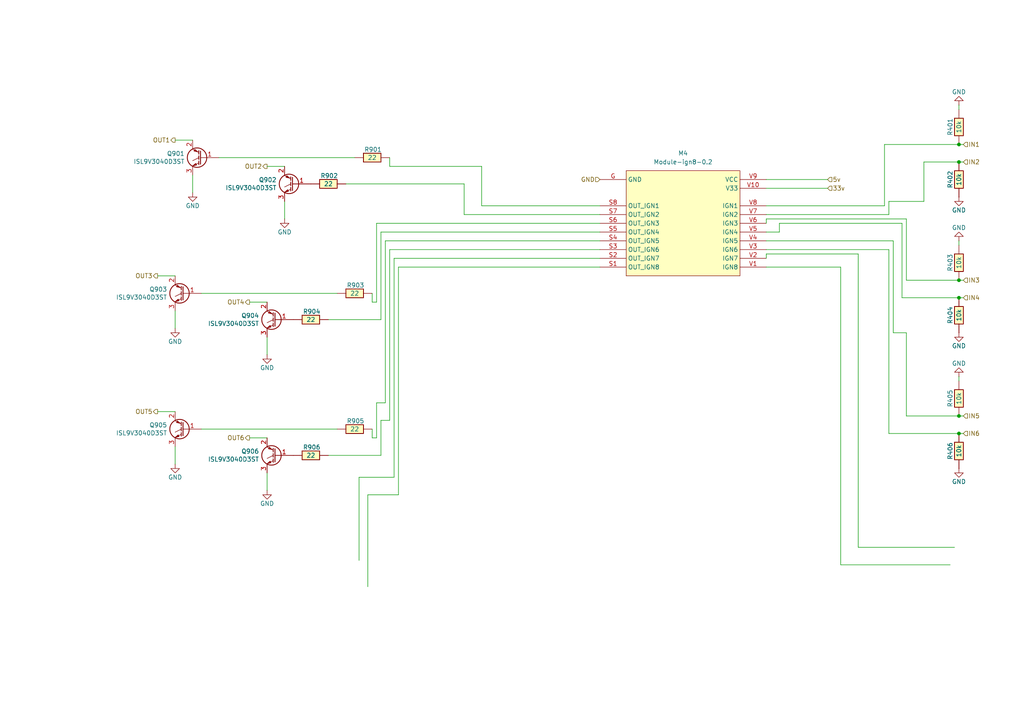
<source format=kicad_sch>
(kicad_sch (version 20231120) (generator "eeschema") (generator_version "8.0")
  (paper "A4")
  (lib_symbols
    (symbol "Device:Q_NIGBT_GCE" (pin_names (offset 0) hide)
      (property "Reference" "Q" (at 5.08 1.27 0))
      (property "Value" "Q_NIGBT_GCE" (at 5.08 -1.27 0))
      (symbol "Q_NIGBT_GCE_0_1"
        (polyline (pts (xy 0.762 -1.016) (xy 0.762 -2.032)) (stroke (width 0.254)))
        (polyline (pts (xy 0.762 0.508) (xy 0.762 -0.508)) (stroke (width 0.254)))
        (polyline (pts (xy 0.762 2.032) (xy 0.762 1.016)) (stroke (width 0.254)))
        (polyline (pts (xy 2.54 -2.413) (xy 0.762 -1.524)))
        (polyline (pts (xy 2.54 -0.889) (xy 0.762 0)))
        (polyline (pts (xy 2.54 2.413) (xy 0.762 1.524)))
        (polyline (pts (xy 0.254 1.905) (xy 0.254 -1.905) (xy 0.254 -1.905)) (stroke (width 0.254)))
        (polyline (pts (xy 1.397 -2.159) (xy 1.651 -1.651) (xy 2.54 -2.413) (xy 1.397 -2.159)) (fill (type outline)))
        (polyline (pts (xy 2.159 1.905) (xy 1.905 2.413) (xy 1.016 1.651) (xy 2.159 1.905)) (fill (type outline)))
        (circle (center 1.27 0) (radius 2.8194) (stroke (width 0.254)))
      )
      (symbol "Q_NIGBT_GCE_1_1"
        (pin input line (at -5.08 0 0) (length 5.334) (name "G") (number "1"))
        (pin passive line (at 2.54 5.08 270) (length 2.54) (name "C") (number "2"))
        (pin passive line (at 2.54 -5.08 90) (length 2.54) (name "E") (number "3"))
      )
    )
    (symbol "hellen-one-common:Res" (pin_numbers hide)
      (property "Reference" "R" (at 3.81 2.54 0))
      (property "Value" "Res" (at 5.08 -2.54 0))
      (symbol "Res_1_0"
        (rectangle (start 2.54 -1.27) (end 7.62 1.27) (stroke (width 0.254)) (fill (type background)))
        (pin passive line (at 0 0 0) (length 2.54) (name "") (number "1"))
        (pin passive line (at 10.16 0 180) (length 2.54) (name "") (number "2"))
      )
    )
    (symbol "ign8:Module-ign8-0.2"
      (property "Reference" "M" (at 0 0 0))
      (property "Value" "Module-ign8-0.2" (at 0 0 0))
      (symbol "Module-ign8-0.2_1_0"
        (rectangle (start 33.02 0) (end 0 -30.48) (fill (type background)))
        (pin passive line (at 40.64 -2.54 180) (length 7.62) (name "GND") (number "G"))
        (pin passive line (at 40.64 -27.94 180) (length 7.62) (name "OUT_IGN8") (number "S1"))
        (pin passive line (at 40.64 -25.4 180) (length 7.62) (name "OUT_IGN7") (number "S2"))
        (pin passive line (at 40.64 -22.86 180) (length 7.62) (name "OUT_IGN6") (number "S3"))
        (pin passive line (at 40.64 -20.32 180) (length 7.62) (name "OUT_IGN5") (number "S4"))
        (pin passive line (at 40.64 -17.78 180) (length 7.62) (name "OUT_IGN4") (number "S5"))
        (pin passive line (at 40.64 -15.24 180) (length 7.62) (name "OUT_IGN3") (number "S6"))
        (pin passive line (at 40.64 -12.7 180) (length 7.62) (name "OUT_IGN2") (number "S7"))
        (pin passive line (at 40.64 -10.16 180) (length 7.62) (name "OUT_IGN1") (number "S8"))
        (pin passive line (at -7.62 -27.94 0) (length 7.62) (name "IGN8") (number "V1"))
        (pin passive line (at -7.62 -5.08 0) (length 7.62) (name "V33") (number "V10"))
        (pin passive line (at -7.62 -25.4 0) (length 7.62) (name "IGN7") (number "V2"))
        (pin passive line (at -7.62 -22.86 0) (length 7.62) (name "IGN6") (number "V3"))
        (pin passive line (at -7.62 -20.32 0) (length 7.62) (name "IGN5") (number "V4"))
        (pin passive line (at -7.62 -17.78 0) (length 7.62) (name "IGN4") (number "V5"))
        (pin passive line (at -7.62 -15.24 0) (length 7.62) (name "IGN3") (number "V6"))
        (pin passive line (at -7.62 -12.7 0) (length 7.62) (name "IGN2") (number "V7"))
        (pin passive line (at -7.62 -10.16 0) (length 7.62) (name "IGN1") (number "V8"))
        (pin passive line (at -7.62 -2.54 0) (length 7.62) (name "VCC") (number "V9"))
      )
    )
    (symbol "power:GND" (power) (pin_numbers hide) (pin_names (offset 0) hide)
      (property "Value" "GND" (at 0 -3.81 0))
      (symbol "GND_0_1"
        (polyline (pts (xy 0 0) (xy 0 -1.27) (xy 1.27 -1.27) (xy 0 -2.54) (xy -1.27 -1.27) (xy 0 -1.27)))
      )
      (symbol "GND_1_1"
        (pin power_in line (at 0 0 270) (length 0) (name "~") (number "1"))
      )
    )
  )
  (junction (at 278.13 120.65))
  (junction (at 278.13 41.91))
  (junction (at 278.13 125.73))
  (junction (at 278.13 46.99))
  (junction (at 278.13 81.28))
  (junction (at 278.13 86.36))
  (wire (pts (xy 222.25 52.07) (xy 240.03 52.07)))
  (wire (pts (xy 58.42 85.09) (xy 97.79 85.09)))
  (wire (pts (xy 106.68 143.51) (xy 106.68 170.18)))
  (wire (pts (xy 107.95 85.09) (xy 107.95 87.63)))
  (wire (pts (xy 77.47 137.16) (xy 77.47 142.24)))
  (wire (pts (xy 267.97 58.42) (xy 257.81 58.42)))
  (wire (pts (xy 222.25 72.39) (xy 257.81 72.39)))
  (wire (pts (xy 257.81 72.39) (xy 257.81 125.73)))
  (wire (pts (xy 77.47 97.79) (xy 77.47 102.87)))
  (wire (pts (xy 226.06 64.77) (xy 226.06 67.31)))
  (wire (pts (xy 256.54 59.69) (xy 256.54 41.91)))
  (wire (pts (xy 50.8 90.17) (xy 50.8 95.25)))
  (wire (pts (xy 109.22 64.77) (xy 109.22 87.63)))
  (wire (pts (xy 45.72 119.38) (xy 50.8 119.38)))
  (wire (pts (xy 115.57 77.47) (xy 115.57 143.51)))
  (wire (pts (xy 72.39 87.63) (xy 77.47 87.63)))
  (wire (pts (xy 110.49 67.31) (xy 110.49 92.71)))
  (wire (pts (xy 257.81 58.42) (xy 257.81 62.23)))
  (wire (pts (xy 111.76 116.84) (xy 109.22 116.84)))
  (wire (pts (xy 222.25 63.5) (xy 222.25 64.77)))
  (wire (pts (xy 278.13 120.65) (xy 279.4 120.65)))
  (wire (pts (xy 262.89 96.52) (xy 259.08 96.52)))
  (wire (pts (xy 58.42 124.46) (xy 97.79 124.46)))
  (wire (pts (xy 173.99 72.39) (xy 113.03 72.39)))
  (wire (pts (xy 109.22 116.84) (xy 109.22 127)))
  (wire (pts (xy 114.3 74.93) (xy 114.3 138.43)))
  (wire (pts (xy 107.95 124.46) (xy 107.95 127)))
  (wire (pts (xy 278.13 81.28) (xy 279.4 81.28)))
  (wire (pts (xy 113.03 121.92) (xy 110.49 121.92)))
  (wire (pts (xy 114.3 138.43) (xy 104.14 138.43)))
  (wire (pts (xy 45.72 80.01) (xy 50.8 80.01)))
  (wire (pts (xy 262.89 63.5) (xy 222.25 63.5)))
  (wire (pts (xy 55.88 50.8) (xy 55.88 55.88)))
  (wire (pts (xy 248.92 158.75) (xy 248.92 73.66)))
  (wire (pts (xy 261.62 86.36) (xy 278.13 86.36)))
  (wire (pts (xy 113.03 72.39) (xy 113.03 121.92)))
  (wire (pts (xy 226.06 67.31) (xy 222.25 67.31)))
  (wire (pts (xy 259.08 96.52) (xy 259.08 69.85)))
  (wire (pts (xy 72.39 127) (xy 77.47 127)))
  (wire (pts (xy 222.25 59.69) (xy 256.54 59.69)))
  (wire (pts (xy 222.25 54.61) (xy 240.03 54.61)))
  (wire (pts (xy 173.99 69.85) (xy 111.76 69.85)))
  (wire (pts (xy 262.89 81.28) (xy 278.13 81.28)))
  (wire (pts (xy 173.99 64.77) (xy 109.22 64.77)))
  (wire (pts (xy 267.97 46.99) (xy 278.13 46.99)))
  (wire (pts (xy 111.76 69.85) (xy 111.76 116.84)))
  (wire (pts (xy 267.97 46.99) (xy 267.97 58.42)))
  (wire (pts (xy 262.89 120.65) (xy 262.89 96.52)))
  (wire (pts (xy 139.7 59.69) (xy 139.7 48.26)))
  (wire (pts (xy 173.99 59.69) (xy 139.7 59.69)))
  (wire (pts (xy 278.13 31.75) (xy 278.13 30.48)))
  (wire (pts (xy 77.47 48.26) (xy 82.55 48.26)))
  (wire (pts (xy 259.08 69.85) (xy 222.25 69.85)))
  (wire (pts (xy 173.99 67.31) (xy 110.49 67.31)))
  (wire (pts (xy 113.03 48.26) (xy 113.03 45.72)))
  (wire (pts (xy 173.99 74.93) (xy 114.3 74.93)))
  (wire (pts (xy 278.13 71.12) (xy 278.13 69.85)))
  (wire (pts (xy 63.5 45.72) (xy 102.87 45.72)))
  (wire (pts (xy 248.92 73.66) (xy 222.25 73.66)))
  (wire (pts (xy 278.13 86.36) (xy 279.4 86.36)))
  (wire (pts (xy 262.89 120.65) (xy 278.13 120.65)))
  (wire (pts (xy 113.03 48.26) (xy 139.7 48.26)))
  (wire (pts (xy 50.8 129.54) (xy 50.8 134.62)))
  (wire (pts (xy 278.13 110.49) (xy 278.13 109.22)))
  (wire (pts (xy 261.62 86.36) (xy 261.62 64.77)))
  (wire (pts (xy 173.99 62.23) (xy 134.62 62.23)))
  (wire (pts (xy 256.54 41.91) (xy 278.13 41.91)))
  (wire (pts (xy 100.33 53.34) (xy 134.62 53.34)))
  (wire (pts (xy 278.13 46.99) (xy 279.4 46.99)))
  (wire (pts (xy 222.25 73.66) (xy 222.25 74.93)))
  (wire (pts (xy 257.81 125.73) (xy 278.13 125.73)))
  (wire (pts (xy 134.62 62.23) (xy 134.62 53.34)))
  (wire (pts (xy 278.13 125.73) (xy 279.4 125.73)))
  (wire (pts (xy 278.13 41.91) (xy 279.4 41.91)))
  (wire (pts (xy 261.62 64.77) (xy 226.06 64.77)))
  (wire (pts (xy 82.55 58.42) (xy 82.55 63.5)))
  (wire (pts (xy 173.99 77.47) (xy 115.57 77.47)))
  (wire (pts (xy 104.14 138.43) (xy 104.14 162.56)))
  (wire (pts (xy 50.8 40.64) (xy 55.88 40.64)))
  (wire (pts (xy 262.89 81.28) (xy 262.89 63.5)))
  (wire (pts (xy 95.25 132.08) (xy 110.49 132.08)))
  (wire (pts (xy 115.57 143.51) (xy 106.68 143.51)))
  (wire (pts (xy 248.92 158.75) (xy 276.86 158.75)))
  (wire (pts (xy 107.95 127) (xy 109.22 127)))
  (wire (pts (xy 243.84 163.83) (xy 243.84 77.47)))
  (wire (pts (xy 243.84 163.83) (xy 275.59 163.83)))
  (wire (pts (xy 243.84 77.47) (xy 222.25 77.47)))
  (wire (pts (xy 222.25 62.23) (xy 257.81 62.23)))
  (wire (pts (xy 110.49 121.92) (xy 110.49 132.08)))
  (wire (pts (xy 107.95 87.63) (xy 109.22 87.63)))
  (wire (pts (xy 95.25 92.71) (xy 110.49 92.71)))
  (hierarchical_label "IN5" (shape input) (at 279.4 120.65 0))
  (hierarchical_label "GND" (shape input) (at 173.99 52.07 180))
  (hierarchical_label "5v" (shape input) (at 240.03 52.07 0))
  (hierarchical_label "33v" (shape input) (at 240.03 54.61 0))
  (hierarchical_label "OUT2" (shape output) (at 77.47 48.26 180))
  (hierarchical_label "IN3" (shape input) (at 279.4 81.28 0))
  (hierarchical_label "OUT6" (shape output) (at 72.39 127 180))
  (hierarchical_label "IN1" (shape input) (at 279.4 41.91 0))
  (hierarchical_label "OUT3" (shape output) (at 45.72 80.01 180))
  (hierarchical_label "IN4" (shape input) (at 279.4 86.36 0))
  (hierarchical_label "IN2" (shape input) (at 279.4 46.99 0))
  (hierarchical_label "OUT4" (shape output) (at 72.39 87.63 180))
  (hierarchical_label "OUT1" (shape output) (at 50.8 40.64 180))
  (hierarchical_label "OUT5" (shape output) (at 45.72 119.38 180))
  (hierarchical_label "IN6" (shape input) (at 279.4 125.73 0))
  (symbol (lib_id "ign8:Module-ign8-0.2") (at 214.63 49.53 0) (mirror y) (unit 1)
    (property "Reference" "M4" (at 198.12 44.45 0))
    (property "Value" "Module-ign8-0.2" (at 198.12 46.99 0))
    (property "Footprint" "ign8-0.2:ign8" (effects (hide yes)))
    (property "Description" "Hellen-One 8-ch Ignition Module" (effects (hide yes)))
  )
  (symbol (lib_id "hellen-one-common:Res") (at 278.13 86.36 90) (mirror x) (unit 1)
    (property "Reference" "R404" (at 275.59 91.44 0))
    (property "Value" "10k" (at 278.13 91.44 0))
    (property "Footprint" "hellen-one-common:R0603" (effects (hide yes)))
    (property "LCSC" "C17414" (effects (hide yes)))
  )
  (symbol (lib_id "power:GND") (at 278.13 96.52 0) (unit 1)
    (property "Reference" "#PWR0107" (effects (hide yes)))
    (property "Value" "GND" (at 278.13 100.33 0))
    (property "Description" "Power symbol creates a global label with name \"GND\" , ground" (effects (hide yes)))
  )
  (symbol (lib_id "power:GND") (at 278.13 109.22 0) (mirror x) (unit 1)
    (property "Reference" "#PWR0108" (effects (hide yes)))
    (property "Value" "GND" (at 278.13 105.41 0))
    (property "Description" "Power symbol creates a global label with name \"GND\" , ground" (effects (hide yes)))
  )
  (symbol (lib_id "hellen-one-common:Res") (at 90.17 53.34 0) (mirror x) (unit 1)
    (property "Reference" "R902" (at 95.492 50.9918 0))
    (property "Value" "22" (at 95.25 53.34 0))
    (property "Footprint" "hellen-one-common:R0603" (effects (hide yes)))
    (property "LCSC" "C23345" (effects (hide yes)))
  )
  (symbol (lib_id "Device:Q_NIGBT_GCE") (at 85.09 53.34 0) (mirror y) (unit 1)
    (property "Reference" "Q902" (at 80.2386 52.1716 0) (effects (justify left)))
    (property "Value" "ISL9V3040D3ST" (at 80.2386 54.483 0) (effects (justify left)))
    (property "Footprint" "Package_TO_SOT_SMD:TO-252-2" (effects (hide yes)))
    (property "LCSC" "C5350881" (effects (hide yes)))
  )
  (symbol (lib_id "hellen-one-common:Res") (at 278.13 46.99 90) (mirror x) (unit 1)
    (property "Reference" "R402" (at 275.59 52.07 0))
    (property "Value" "10k" (at 278.13 52.07 0))
    (property "Footprint" "hellen-one-common:R0603" (effects (hide yes)))
    (property "LCSC" "C17414" (effects (hide yes)))
  )
  (symbol (lib_id "power:GND") (at 50.8 134.62 0) (unit 1)
    (property "Reference" "#PWR095" (effects (hide yes)))
    (property "Value" "GND" (at 50.8 138.43 0))
    (property "Description" "Power symbol creates a global label with name \"GND\" , ground" (effects (hide yes)))
  )
  (symbol (lib_id "hellen-one-common:Res") (at 278.13 81.28 90) (unit 1)
    (property "Reference" "R403" (at 275.59 76.2 0))
    (property "Value" "10k" (at 278.13 76.2 0))
    (property "Footprint" "hellen-one-common:R0603" (effects (hide yes)))
    (property "LCSC" "C17414" (effects (hide yes)))
  )
  (symbol (lib_id "hellen-one-common:Res") (at 278.13 41.91 90) (unit 1)
    (property "Reference" "R401" (at 275.59 36.83 0))
    (property "Value" "10k" (at 278.13 36.83 0))
    (property "Footprint" "hellen-one-common:R0603" (effects (hide yes)))
    (property "LCSC" "C17414" (effects (hide yes)))
  )
  (symbol (lib_id "power:GND") (at 50.8 95.25 0) (unit 1)
    (property "Reference" "#PWR094" (effects (hide yes)))
    (property "Value" "GND" (at 50.8 99.06 0))
    (property "Description" "Power symbol creates a global label with name \"GND\" , ground" (effects (hide yes)))
  )
  (symbol (lib_id "Device:Q_NIGBT_GCE") (at 80.01 92.71 0) (mirror y) (unit 1)
    (property "Reference" "Q904" (at 75.1586 91.5416 0) (effects (justify left)))
    (property "Value" "ISL9V3040D3ST" (at 75.1586 93.853 0) (effects (justify left)))
    (property "Footprint" "Package_TO_SOT_SMD:TO-252-2" (effects (hide yes)))
    (property "LCSC" "C5350881" (effects (hide yes)))
  )
  (symbol (lib_id "power:GND") (at 55.88 55.88 0) (unit 1)
    (property "Reference" "#PWR096" (effects (hide yes)))
    (property "Value" "GND" (at 55.88 59.69 0))
    (property "Description" "Power symbol creates a global label with name \"GND\" , ground" (effects (hide yes)))
  )
  (symbol (lib_id "hellen-one-common:Res") (at 85.09 132.08 0) (mirror x) (unit 1)
    (property "Reference" "R906" (at 90.412 129.7318 0))
    (property "Value" "22" (at 90.17 132.08 0))
    (property "Footprint" "hellen-one-common:R0603" (effects (hide yes)))
    (property "LCSC" "C23345" (effects (hide yes)))
  )
  (symbol (lib_id "power:GND") (at 77.47 102.87 0) (unit 1)
    (property "Reference" "#PWR098" (effects (hide yes)))
    (property "Value" "GND" (at 77.47 106.68 0))
    (property "Description" "Power symbol creates a global label with name \"GND\" , ground" (effects (hide yes)))
  )
  (symbol (lib_id "Device:Q_NIGBT_GCE") (at 53.34 124.46 0) (mirror y) (unit 1)
    (property "Reference" "Q905" (at 48.4886 123.2916 0) (effects (justify left)))
    (property "Value" "ISL9V3040D3ST" (at 48.4886 125.603 0) (effects (justify left)))
    (property "Footprint" "Package_TO_SOT_SMD:TO-252-2" (effects (hide yes)))
    (property "LCSC" "C5350881" (effects (hide yes)))
  )
  (symbol (lib_id "power:GND") (at 278.13 135.89 0) (unit 1)
    (property "Reference" "#PWR0109" (effects (hide yes)))
    (property "Value" "GND" (at 278.13 139.7 0))
    (property "Description" "Power symbol creates a global label with name \"GND\" , ground" (effects (hide yes)))
  )
  (symbol (lib_id "power:GND") (at 278.13 69.85 0) (mirror x) (unit 1)
    (property "Reference" "#PWR0106" (effects (hide yes)))
    (property "Value" "GND" (at 278.13 66.04 0))
    (property "Description" "Power symbol creates a global label with name \"GND\" , ground" (effects (hide yes)))
  )
  (symbol (lib_id "power:GND") (at 77.47 142.24 0) (unit 1)
    (property "Reference" "#PWR099" (effects (hide yes)))
    (property "Value" "GND" (at 77.47 146.05 0))
    (property "Description" "Power symbol creates a global label with name \"GND\" , ground" (effects (hide yes)))
  )
  (symbol (lib_id "hellen-one-common:Res") (at 85.09 92.71 0) (mirror x) (unit 1)
    (property "Reference" "R904" (at 90.412 90.3618 0))
    (property "Value" "22" (at 90.17 92.71 0))
    (property "Footprint" "hellen-one-common:R0603" (effects (hide yes)))
    (property "LCSC" "C23345" (effects (hide yes)))
  )
  (symbol (lib_id "hellen-one-common:Res") (at 278.13 125.73 90) (mirror x) (unit 1)
    (property "Reference" "R406" (at 275.59 130.81 0))
    (property "Value" "10k" (at 278.13 130.81 0))
    (property "Footprint" "hellen-one-common:R0603" (effects (hide yes)))
    (property "LCSC" "C17414" (effects (hide yes)))
  )
  (symbol (lib_id "Device:Q_NIGBT_GCE") (at 53.34 85.09 0) (mirror y) (unit 1)
    (property "Reference" "Q903" (at 48.4886 83.9216 0) (effects (justify left)))
    (property "Value" "ISL9V3040D3ST" (at 48.4886 86.233 0) (effects (justify left)))
    (property "Footprint" "Package_TO_SOT_SMD:TO-252-2" (effects (hide yes)))
    (property "LCSC" "C5350881" (effects (hide yes)))
  )
  (symbol (lib_id "hellen-one-common:Res") (at 102.87 45.72 0) (mirror x) (unit 1)
    (property "Reference" "R901" (at 108.192 43.3718 0))
    (property "Value" "22" (at 107.95 45.72 0))
    (property "Footprint" "hellen-one-common:R0603" (effects (hide yes)))
    (property "LCSC" "C23345" (effects (hide yes)))
  )
  (symbol (lib_id "power:GND") (at 278.13 57.15 0) (unit 1)
    (property "Reference" "#PWR0105" (effects (hide yes)))
    (property "Value" "GND" (at 278.13 60.96 0))
    (property "Description" "Power symbol creates a global label with name \"GND\" , ground" (effects (hide yes)))
  )
  (symbol (lib_id "power:GND") (at 278.13 30.48 0) (mirror x) (unit 1)
    (property "Reference" "#PWR0104" (effects (hide yes)))
    (property "Value" "GND" (at 278.13 26.67 0))
    (property "Description" "Power symbol creates a global label with name \"GND\" , ground" (effects (hide yes)))
  )
  (symbol (lib_id "Device:Q_NIGBT_GCE") (at 80.01 132.08 0) (mirror y) (unit 1)
    (property "Reference" "Q906" (at 75.1586 130.9116 0) (effects (justify left)))
    (property "Value" "ISL9V3040D3ST" (at 75.1586 133.223 0) (effects (justify left)))
    (property "Footprint" "Package_TO_SOT_SMD:TO-252-2" (effects (hide yes)))
    (property "LCSC" "C5350881" (effects (hide yes)))
  )
  (symbol (lib_id "power:GND") (at 82.55 63.5 0) (unit 1)
    (property "Reference" "#PWR0100" (effects (hide yes)))
    (property "Value" "GND" (at 82.55 67.31 0))
    (property "Description" "Power symbol creates a global label with name \"GND\" , ground" (effects (hide yes)))
  )
  (symbol (lib_id "hellen-one-common:Res") (at 278.13 120.65 90) (unit 1)
    (property "Reference" "R405" (at 275.59 115.57 0))
    (property "Value" "10k" (at 278.13 115.57 0))
    (property "Footprint" "hellen-one-common:R0603" (effects (hide yes)))
    (property "LCSC" "C17414" (effects (hide yes)))
  )
  (symbol (lib_id "Device:Q_NIGBT_GCE") (at 58.42 45.72 0) (mirror y) (unit 1)
    (property "Reference" "Q901" (at 53.5686 44.5516 0) (effects (justify left)))
    (property "Value" "ISL9V3040D3ST" (at 53.5686 46.863 0) (effects (justify left)))
    (property "Footprint" "Package_TO_SOT_SMD:TO-252-2" (effects (hide yes)))
    (property "LCSC" "C5350881" (effects (hide yes)))
  )
  (symbol (lib_id "hellen-one-common:Res") (at 97.79 85.09 0) (mirror x) (unit 1)
    (property "Reference" "R903" (at 103.112 82.7418 0))
    (property "Value" "22" (at 102.87 85.09 0))
    (property "Footprint" "hellen-one-common:R0603" (effects (hide yes)))
    (property "LCSC" "C23345" (effects (hide yes)))
  )
  (symbol (lib_id "hellen-one-common:Res") (at 97.79 124.46 0) (mirror x) (unit 1)
    (property "Reference" "R905" (at 103.112 122.1118 0))
    (property "Value" "22" (at 102.87 124.46 0))
    (property "Footprint" "hellen-one-common:R0603" (effects (hide yes)))
    (property "LCSC" "C23345" (effects (hide yes)))
  )
)
</source>
